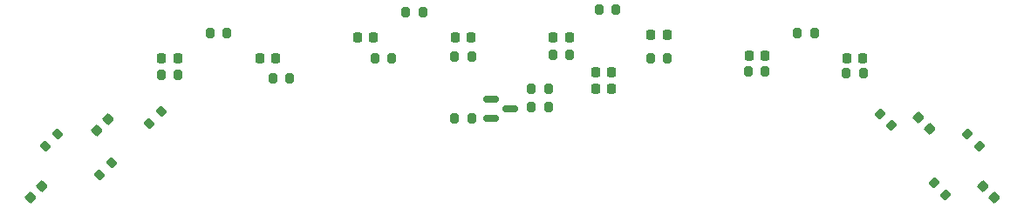
<source format=gbr>
%TF.GenerationSoftware,KiCad,Pcbnew,8.0.4*%
%TF.CreationDate,2024-11-30T14:16:15+01:00*%
%TF.ProjectId,Sensor_PCB,53656e73-6f72-45f5-9043-422e6b696361,rev?*%
%TF.SameCoordinates,Original*%
%TF.FileFunction,Paste,Bot*%
%TF.FilePolarity,Positive*%
%FSLAX46Y46*%
G04 Gerber Fmt 4.6, Leading zero omitted, Abs format (unit mm)*
G04 Created by KiCad (PCBNEW 8.0.4) date 2024-11-30 14:16:15*
%MOMM*%
%LPD*%
G01*
G04 APERTURE LIST*
G04 Aperture macros list*
%AMRoundRect*
0 Rectangle with rounded corners*
0 $1 Rounding radius*
0 $2 $3 $4 $5 $6 $7 $8 $9 X,Y pos of 4 corners*
0 Add a 4 corners polygon primitive as box body*
4,1,4,$2,$3,$4,$5,$6,$7,$8,$9,$2,$3,0*
0 Add four circle primitives for the rounded corners*
1,1,$1+$1,$2,$3*
1,1,$1+$1,$4,$5*
1,1,$1+$1,$6,$7*
1,1,$1+$1,$8,$9*
0 Add four rect primitives between the rounded corners*
20,1,$1+$1,$2,$3,$4,$5,0*
20,1,$1+$1,$4,$5,$6,$7,0*
20,1,$1+$1,$6,$7,$8,$9,0*
20,1,$1+$1,$8,$9,$2,$3,0*%
G04 Aperture macros list end*
%ADD10RoundRect,0.225000X0.225000X0.250000X-0.225000X0.250000X-0.225000X-0.250000X0.225000X-0.250000X0*%
%ADD11RoundRect,0.150000X-0.587500X-0.150000X0.587500X-0.150000X0.587500X0.150000X-0.587500X0.150000X0*%
%ADD12RoundRect,0.200000X0.053033X-0.335876X0.335876X-0.053033X-0.053033X0.335876X-0.335876X0.053033X0*%
%ADD13RoundRect,0.200000X0.335876X0.053033X0.053033X0.335876X-0.335876X-0.053033X-0.053033X-0.335876X0*%
%ADD14RoundRect,0.200000X0.200000X0.275000X-0.200000X0.275000X-0.200000X-0.275000X0.200000X-0.275000X0*%
%ADD15RoundRect,0.200000X-0.200000X-0.275000X0.200000X-0.275000X0.200000X0.275000X-0.200000X0.275000X0*%
%ADD16RoundRect,0.225000X-0.225000X-0.250000X0.225000X-0.250000X0.225000X0.250000X-0.225000X0.250000X0*%
%ADD17RoundRect,0.225000X-0.017678X0.335876X-0.335876X0.017678X0.017678X-0.335876X0.335876X-0.017678X0*%
%ADD18RoundRect,0.200000X-0.335876X-0.053033X-0.053033X-0.335876X0.335876X0.053033X0.053033X0.335876X0*%
%ADD19RoundRect,0.225000X-0.335876X-0.017678X-0.017678X-0.335876X0.335876X0.017678X0.017678X0.335876X0*%
G04 APERTURE END LIST*
D10*
%TO.C,C2*%
X122875000Y-53400000D03*
X121325000Y-53400000D03*
%TD*%
D11*
%TO.C,Q1*%
X113049500Y-56922000D03*
X111174500Y-57872000D03*
X111174500Y-55972000D03*
%TD*%
D10*
%TO.C,C1*%
X122900000Y-54975000D03*
X121350000Y-54975000D03*
%TD*%
D12*
%TO.C,R3*%
X73216637Y-63383363D03*
X74383363Y-62216637D03*
%TD*%
D13*
%TO.C,R20*%
X155333363Y-65333363D03*
X154166637Y-64166637D03*
%TD*%
D14*
%TO.C,R21*%
X116750000Y-56750000D03*
X115100000Y-56750000D03*
%TD*%
D15*
%TO.C,R17*%
X107675000Y-51900000D03*
X109325000Y-51900000D03*
%TD*%
%TO.C,R12*%
X121675000Y-47300000D03*
X123325000Y-47300000D03*
%TD*%
%TO.C,R4*%
X79175000Y-53600000D03*
X80825000Y-53600000D03*
%TD*%
D16*
%TO.C,C11*%
X107725000Y-50000000D03*
X109275000Y-50000000D03*
%TD*%
D10*
%TO.C,C7*%
X137775000Y-51750000D03*
X136225000Y-51750000D03*
%TD*%
D15*
%TO.C,R5*%
X99925000Y-52000000D03*
X101575000Y-52000000D03*
%TD*%
D10*
%TO.C,C6*%
X118775000Y-50000000D03*
X117225000Y-50000000D03*
%TD*%
D15*
%TO.C,R13*%
X140925000Y-49575000D03*
X142575000Y-49575000D03*
%TD*%
D14*
%TO.C,R19*%
X147325000Y-53500000D03*
X145675000Y-53500000D03*
%TD*%
D15*
%TO.C,R11*%
X102925000Y-47500000D03*
X104575000Y-47500000D03*
%TD*%
D17*
%TO.C,C3*%
X67548008Y-64451992D03*
X66451992Y-65548008D03*
%TD*%
D12*
%TO.C,R15*%
X78008274Y-58341726D03*
X79175000Y-57175000D03*
%TD*%
D16*
%TO.C,C10*%
X88725000Y-52000000D03*
X90275000Y-52000000D03*
%TD*%
D13*
%TO.C,R8*%
X150083363Y-58583363D03*
X148916637Y-57416637D03*
%TD*%
D18*
%TO.C,R14*%
X157416637Y-59416637D03*
X158583363Y-60583363D03*
%TD*%
D15*
%TO.C,R16*%
X90000000Y-54000000D03*
X91650000Y-54000000D03*
%TD*%
D16*
%TO.C,C4*%
X79225000Y-52000000D03*
X80775000Y-52000000D03*
%TD*%
D10*
%TO.C,C12*%
X128275000Y-49750000D03*
X126725000Y-49750000D03*
%TD*%
D16*
%TO.C,C5*%
X98225000Y-50000000D03*
X99775000Y-50000000D03*
%TD*%
D12*
%TO.C,R9*%
X67916637Y-60583363D03*
X69083363Y-59416637D03*
%TD*%
D15*
%TO.C,R23*%
X107675000Y-57900000D03*
X109325000Y-57900000D03*
%TD*%
%TO.C,R10*%
X83925000Y-49575000D03*
X85575000Y-49575000D03*
%TD*%
D14*
%TO.C,R18*%
X128325000Y-52000000D03*
X126675000Y-52000000D03*
%TD*%
D17*
%TO.C,C9*%
X74048008Y-57951992D03*
X72951992Y-59048008D03*
%TD*%
D10*
%TO.C,C13*%
X147300000Y-52000000D03*
X145750000Y-52000000D03*
%TD*%
D19*
%TO.C,C8*%
X152651992Y-57751992D03*
X153748008Y-58848008D03*
%TD*%
D14*
%TO.C,R22*%
X116750000Y-55000000D03*
X115100000Y-55000000D03*
%TD*%
%TO.C,R6*%
X118825000Y-51700000D03*
X117175000Y-51700000D03*
%TD*%
D19*
%TO.C,C14*%
X158951992Y-64451992D03*
X160048008Y-65548008D03*
%TD*%
D14*
%TO.C,R7*%
X137800000Y-53300000D03*
X136150000Y-53300000D03*
%TD*%
M02*

</source>
